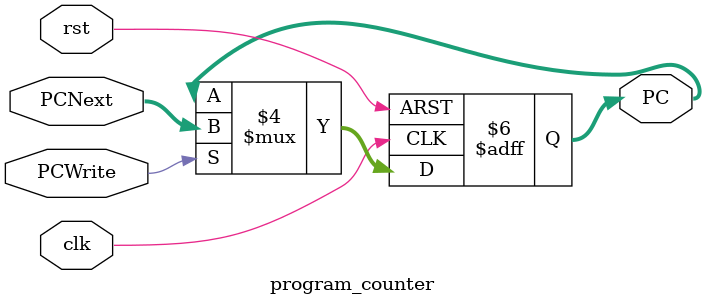
<source format=v>
module program_counter(
input clk,rst,PCWrite,
input [31:0]PCNext,
output reg [31:0]PC
    );
     always @ (posedge clk  or negedge rst) //next instruction
    begin
    if(!rst)
		PC <= 0;  
    else if (PCWrite) 
		PC <= PCNext;
    else 
		PC <= PC; end
endmodule

</source>
